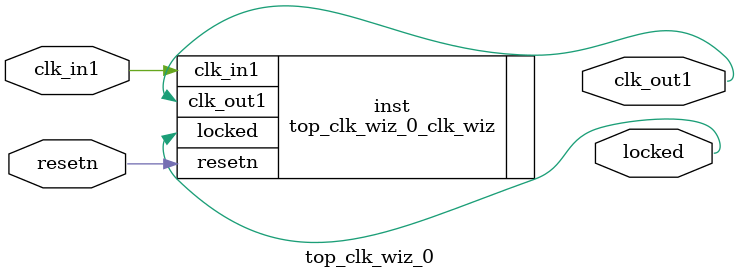
<source format=v>


`timescale 1ps/1ps

(* CORE_GENERATION_INFO = "top_clk_wiz_0,clk_wiz_v5_4_3_0,{component_name=top_clk_wiz_0,use_phase_alignment=true,use_min_o_jitter=false,use_max_i_jitter=false,use_dyn_phase_shift=false,use_inclk_switchover=false,use_dyn_reconfig=false,enable_axi=0,feedback_source=FDBK_AUTO,PRIMITIVE=MMCM,num_out_clk=1,clkin1_period=8.000,clkin2_period=10.000,use_power_down=false,use_reset=true,use_locked=true,use_inclk_stopped=false,feedback_type=SINGLE,CLOCK_MGR_TYPE=NA,manual_override=false}" *)

module top_clk_wiz_0 
 (
  // Clock out ports
  output        clk_out1,
  // Status and control signals
  input         resetn,
  output        locked,
 // Clock in ports
  input         clk_in1
 );

  top_clk_wiz_0_clk_wiz inst
  (
  // Clock out ports  
  .clk_out1(clk_out1),
  // Status and control signals               
  .resetn(resetn), 
  .locked(locked),
 // Clock in ports
  .clk_in1(clk_in1)
  );

endmodule

</source>
